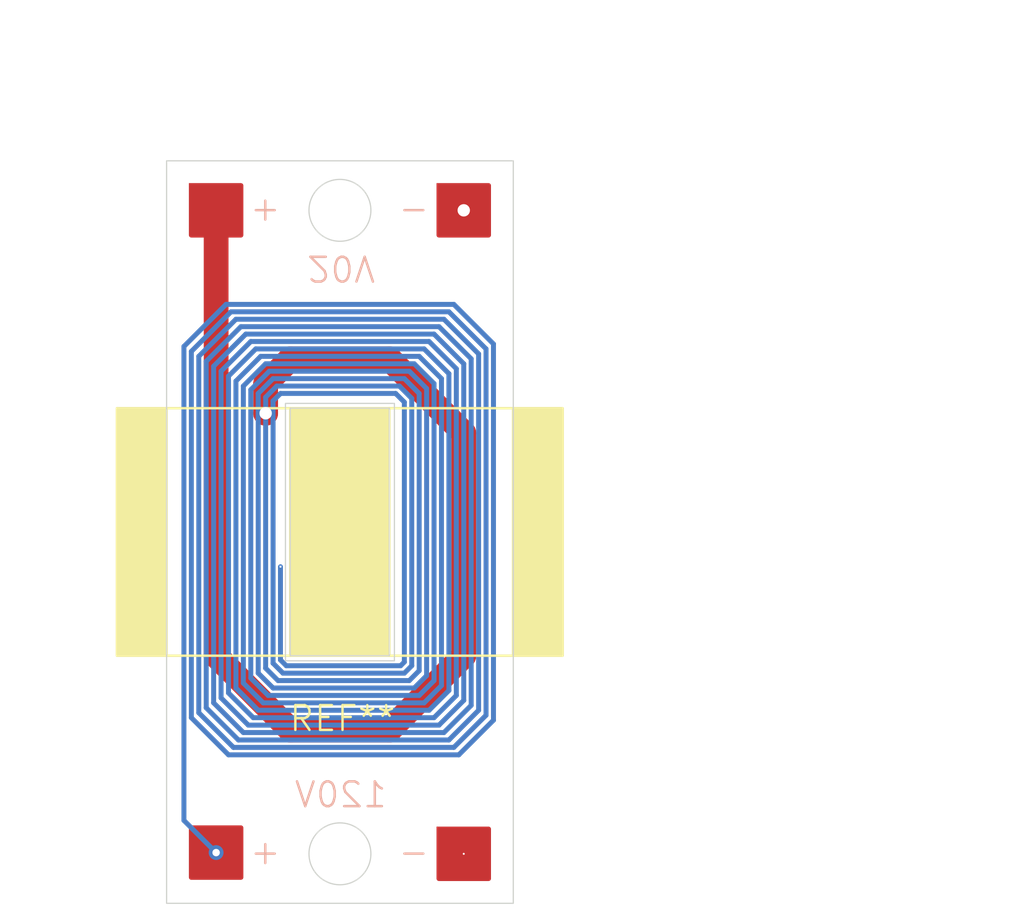
<source format=kicad_pcb>
(kicad_pcb (version 20241229) (generator "pcbnew") (generator_version "9.0")
  (layers (0 "F.Cu" signal) (4 "In1.Cu" signal) (6 "In2.Cu" signal) (2 "B.Cu" signal) (13 "F.Paste" user) (15 "B.Paste" user) (5 "F.SilkS" user "F.Silkscreen") (7 "B.SilkS" user "B.Silkscreen") (1 "F.Mask" user) (3 "B.Mask" user) (25 "Edge.Cuts" user))
  (net 0 "")
  (net 1 "GND")
  (footprint "Library:Rdzen" (layer "F.Cu") (at 62.104214 37.91461)
    (property "Reference" "REF**" (at 0 7.62 0) (layer "F.SilkS") (effects (font (thickness 0.1))))
    (property "Value" "Rdzen")
    (fp_rect (start -9.11 -4.92) (end -7.11 5.08) (stroke (width 0.1)) (fill yes) (layer "F.SilkS"))
    (fp_rect (start -7.11 -4.92) (end -2.11 5.08) (stroke (width 0.1)) (fill no) (layer "F.SilkS"))
    (fp_rect (start -2.11 -4.92) (end 1.89 5.08) (stroke (width 0.1)) (fill yes) (layer "F.SilkS"))
    (fp_rect (start 1.89 -4.92) (end 6.89 5.08) (stroke (width 0.1)) (fill no) (layer "F.SilkS"))
    (fp_rect (start 6.89 -4.92) (end 8.89 5.08) (stroke (width 0.1)) (fill yes) (layer "F.SilkS"))
    (fp_rect (start -2.11 -4.92) (end 1.89 5.08) (stroke (width 0.05)) (fill no) (layer "Edge.Cuts"))
  )
  (gr_rect (start 66 50) (end 68 52) (stroke (width 0.2)) (fill yes) (layer "F.Cu") (net 1))
  (gr_rect (start 56 49.95) (end 58 51.95) (stroke (width 0.2)) (fill yes) (layer "F.Cu") (net 1))
  (gr_rect (start 66 24) (end 68 26) (stroke (width 0.2)) (fill yes) (layer "F.Cu") (net 1))
  (gr_rect (start 56 24) (end 58 26) (stroke (width 0.2)) (fill yes) (layer "F.Cu") (net 1))
  (gr_circle (center 62 25) (end 63.25 25) (stroke (width 0.05)) (fill no) (layer "Edge.Cuts"))
  (gr_rect (start 59.8 32.8) (end 64.2 43.2) (stroke (width 0.05)) (fill no) (layer "Edge.Cuts"))
  (gr_rect (start 55 23) (end 69 53) (stroke (width 0.05)) (fill no) (layer "Edge.Cuts"))
  (gr_circle (center 62 51) (end 63.25 51) (stroke (width 0.05)) (fill no) (layer "Edge.Cuts"))
  (gr_text "120V" (at 63.95 49.2 0) (layer "B.SilkS") (effects (font (size 1 1) (thickness 0.1)) (justify left bottom mirror)))
  (gr_text "-" (at 64.3 51.5 0) (layer "B.SilkS") (effects (font (size 1 1) (thickness 0.1)) (justify left bottom)))
  (gr_text "20V" (at 60.6 26.75 180) (layer "B.SilkS") (effects (font (size 1 1) (thickness 0.1)) (justify left bottom mirror)))
  (gr_text "-" (at 64.3 25.5 0) (layer "B.SilkS") (effects (font (size 1 1) (thickness 0.1)) (justify left bottom)))
  (gr_text "+" (at 58.3 25.5 0) (layer "B.SilkS") (effects (font (size 1 1) (thickness 0.1)) (justify left bottom)))
  (gr_text "+" (at 58.3 51.5 0) (layer "B.SilkS") (effects (font (size 1 1) (thickness 0.1)) (justify left bottom)))
  (segment (start 59 33.2) (end 59 32) (width 1) (layer "F.Cu") (net 1))
  (segment (start 64 31) (end 67 34) (width 1) (layer "F.Cu") (net 1))
  (segment (start 59 32) (end 60 31) (width 1) (layer "F.Cu") (net 1))
  (segment (start 60 31) (end 64 31) (width 1) (layer "F.Cu") (net 1))
  (segment (start 64 46) (end 60 46) (width 1) (layer "F.Cu") (net 1))
  (segment (start 67 43) (end 64 46) (width 1) (layer "F.Cu") (net 1))
  (segment (start 57 43) (end 60 46) (width 1) (layer "F.Cu") (net 1))
  (segment (start 57 25) (end 57 43) (width 1) (layer "F.Cu") (net 1))
  (segment (start 67 34) (end 67 43) (width 1) (layer "F.Cu") (net 1))
  (via micro (at 67 25) (size 1) (drill 0.5) (layers "F.Cu" "In1.Cu") (net 1))
  (via micro (at 59 33.2) (size 1) (drill 0.5) (layers "F.Cu" "In1.Cu") (net 1))
  (via (at 57 50.95) (size 0.6) (drill 0.3) (layers "F.Cu" "B.Cu") (net 1))
  (via micro (at 67 51) (size 0.1) (drill 0.08) (layers "F.Cu" "In1.Cu") (net 1))
  (segment (start 59.3 32.7) (end 59.601 32.399) (width 0.2) (layer "B.Cu") (net 1))
  (segment (start 58.6 30.6) (end 65.4 30.6) (width 0.2) (layer "B.Cu") (net 1))
  (segment (start 64.601 43.248942) (end 64.448942 43.401) (width 0.2) (layer "B.Cu") (net 1))
  (segment (start 57.2 44.7) (end 57.2 31.5) (width 0.2) (layer "B.Cu") (net 1))
  (segment (start 68.2 30.4) (end 68.2 45.6) (width 0.2) (layer "B.Cu") (net 1))
  (segment (start 57.5 31.7) (end 58.6 30.6) (width 0.2) (layer "B.Cu") (net 1))
  (segment (start 58.7 32.4) (end 59.3 31.8) (width 0.2) (layer "B.Cu") (net 1))
  (segment (start 65.2 43.6) (end 64.8 44) (width 0.2) (layer "B.Cu") (net 1))
  (segment (start 66.2 46.1) (end 58.1 46.1) (width 0.2) (layer "B.Cu") (net 1))
  (segment (start 56.3 30.9) (end 57.8 29.4) (width 0.2) (layer "B.Cu") (net 1))
  (segment (start 57.4 28.8) (end 66.6 28.8) (width 0.2) (layer "B.Cu") (net 1))
  (segment (start 64.9 43.4) (end 64.6 43.7) (width 0.2) (layer "B.Cu") (net 1))
  (segment (start 67.6 45.2) (end 66.4 46.4) (width 0.2) (layer "B.Cu") (net 1))
  (segment (start 59.599 39.4) (end 59.599 43.1661) (width 0.2) (layer "B.Cu") (net 1))
  (segment (start 58.1 44.1) (end 58.1 32.1) (width 0.2) (layer "B.Cu") (net 1))
  (segment (start 57.8 44.3) (end 57.8 31.9) (width 0.2) (layer "B.Cu") (net 1))
  (segment (start 64.6 43.7) (end 59.7 43.7) (width 0.2) (layer "B.Cu") (net 1))
  (segment (start 64.8 31.5) (end 65.5 32.2) (width 0.2) (layer "B.Cu") (net 1))
  (segment (start 65 44.3) (end 59.3 44.3) (width 0.2) (layer "B.Cu") (net 1))
  (segment (start 58.4 30.3) (end 65.6 30.3) (width 0.2) (layer "B.Cu") (net 1))
  (segment (start 59.3 31.8) (end 64.6 31.8) (width 0.2) (layer "B.Cu") (net 1))
  (segment (start 65 31.2) (end 65.8 32) (width 0.2) (layer "B.Cu") (net 1))
  (segment (start 64.8 44) (end 59.5 44) (width 0.2) (layer "B.Cu") (net 1))
  (segment (start 56 30.7) (end 57.6 29.1) (width 0.2) (layer "B.Cu") (net 1))
  (segment (start 65.8 44) (end 65.2 44.6) (width 0.2) (layer "B.Cu") (net 1))
  (segment (start 58.9 44.9) (end 58.1 44.1) (width 0.2) (layer "B.Cu") (net 1))
  (segment (start 66.8 47) (end 57.5 47) (width 0.2) (layer "B.Cu") (net 1))
  (segment (start 57 50.95) (end 55.7 49.65) (width 0.2) (layer "B.Cu") (net 1))
  (segment (start 59 43.5) (end 59 32.55) (width 0.2) (layer "B.Cu") (net 1))
  (segment (start 65.2 30.9) (end 66.1 31.8) (width 0.2) (layer "B.Cu") (net 1))
  (segment (start 59.5 44) (end 59 43.5) (width 0.2) (layer "B.Cu") (net 1))
  (segment (start 65.8 45.5) (end 58.5 45.5) (width 0.2) (layer "B.Cu") (net 1))
  (segment (start 57.9 46.4) (end 56.6 45.1) (width 0.2) (layer "B.Cu") (net 1))
  (segment (start 57.2 31.5) (end 58.4 30.3) (width 0.2) (layer "B.Cu") (net 1))
  (segment (start 65.4 44.9) (end 58.9 44.9) (width 0.2) (layer "B.Cu") (net 1))
  (segment (start 58.4 32.25) (end 59.15 31.5) (width 0.2) (layer "B.Cu") (net 1))
  (segment (start 65.8 32) (end 65.8 44) (width 0.2) (layer "B.Cu") (net 1))
  (segment (start 64.6 31.8) (end 65.2 32.4) (width 0.2) (layer "B.Cu") (net 1))
  (segment (start 67 44.8) (end 66 45.8) (width 0.2) (layer "B.Cu") (net 1))
  (segment (start 58.7 43.7) (end 58.7 32.4) (width 0.2) (layer "B.Cu") (net 1))
  (segment (start 56.6 45.1) (end 56.6 31.1) (width 0.2) (layer "B.Cu") (net 1))
  (segment (start 59 32.55) (end 59.45 32.1) (width 0.2) (layer "B.Cu") (net 1))
  (segment (start 67.6 30.8) (end 67.6 45.2) (width 0.2) (layer "B.Cu") (net 1))
  (segment (start 64.9 32.6) (end 64.9 43.4) (width 0.2) (layer "B.Cu") (net 1))
  (segment (start 57.6 29.1) (end 66.4 29.1) (width 0.2) (layer "B.Cu") (net 1))
  (segment (start 56.9 31.3) (end 58.2 30) (width 0.2) (layer "B.Cu") (net 1))
  (segment (start 58.1 32.1) (end 59 31.2) (width 0.2) (layer "B.Cu") (net 1))
  (segment (start 59.45 32.1) (end 64.4 32.1) (width 0.2) (layer "B.Cu") (net 1))
  (segment (start 66.4 46.4) (end 57.9 46.4) (width 0.2) (layer "B.Cu") (net 1))
  (segment (start 66.7 44.6) (end 65.8 45.5) (width 0.2) (layer "B.Cu") (net 1))
  (segment (start 58.5 45.5) (end 57.5 44.5) (width 0.2) (layer "B.Cu") (net 1))
  (segment (start 57.5 44.5) (end 57.5 31.7) (width 0.2) (layer "B.Cu") (net 1))
  (segment (start 58.1 46.1) (end 56.9 44.9) (width 0.2) (layer "B.Cu") (net 1))
  (segment (start 67.9 45.4) (end 66.6 46.7) (width 0.2) (layer "B.Cu") (net 1))
  (segment (start 58 29.7) (end 66 29.7) (width 0.2) (layer "B.Cu") (net 1))
  (segment (start 56.6 31.1) (end 58 29.7) (width 0.2) (layer "B.Cu") (net 1))
  (segment (start 66.6 28.8) (end 68.2 30.4) (width 0.2) (layer "B.Cu") (net 1))
  (segment (start 64.448942 43.401) (end 59.8339 43.401) (width 0.2) (layer "B.Cu") (net 1))
  (segment (start 66.1 31.8) (end 66.1 44.2) (width 0.2) (layer "B.Cu") (net 1))
  (segment (start 66.6 46.7) (end 57.7 46.7) (width 0.2) (layer "B.Cu") (net 1))
  (segment (start 57.5 47) (end 56 45.5) (width 0.2) (layer "B.Cu") (net 1))
  (segment (start 67.9 30.6) (end 67.9 45.4) (width 0.2) (layer "B.Cu") (net 1))
  (segment (start 59 31.2) (end 65 31.2) (width 0.2) (layer "B.Cu") (net 1))
  (segment (start 57.7 46.7) (end 56.3 45.3) (width 0.2) (layer "B.Cu") (net 1))
  (segment (start 59.15 31.5) (end 64.8 31.5) (width 0.2) (layer "B.Cu") (net 1))
  (segment (start 66.2 29.4) (end 67.6 30.8) (width 0.2) (layer "B.Cu") (net 1))
  (segment (start 66.4 31.6) (end 66.4 44.4) (width 0.2) (layer "B.Cu") (net 1))
  (segment (start 59.3 44.3) (end 58.7 43.7) (width 0.2) (layer "B.Cu") (net 1))
  (segment (start 59.1 44.6) (end 58.4 43.9) (width 0.2) (layer "B.Cu") (net 1))
  (segment (start 59.7 43.7) (end 59.3 43.3) (width 0.2) (layer "B.Cu") (net 1))
  (segment (start 58.8 30.9) (end 65.2 30.9) (width 0.2) (layer "B.Cu") (net 1))
  (segment (start 65.5 43.8) (end 65 44.3) (width 0.2) (layer "B.Cu") (net 1))
  (segment (start 66.4 44.4) (end 65.6 45.2) (width 0.2) (layer "B.Cu") (net 1))
  (segment (start 59.3 43.3) (end 59.3 32.7) (width 0.2) (layer "B.Cu") (net 1))
  (segment (start 64.601 32.751058) (end 64.601 43.248942) (width 0.2) (layer "B.Cu") (net 1))
  (segment (start 66.1 44.2) (end 65.4 44.9) (width 0.2) (layer "B.Cu") (net 1))
  (segment (start 64.248942 32.399) (end 64.601 32.751058) (width 0.2) (layer "B.Cu") (net 1))
  (segment (start 64.4 32.1) (end 64.9 32.6) (width 0.2) (layer "B.Cu") (net 1))
  (segment (start 56.9 44.9) (end 56.9 31.3) (width 0.2) (layer "B.Cu") (net 1))
  (segment (start 65.6 30.3) (end 66.7 31.4) (width 0.2) (layer "B.Cu") (net 1))
  (segment (start 66 29.7) (end 67.3 31) (width 0.2) (layer "B.Cu") (net 1))
  (segment (start 65.2 44.6) (end 59.1 44.6) (width 0.2) (layer "B.Cu") (net 1))
  (segment (start 65.4 30.6) (end 66.4 31.6) (width 0.2) (layer "B.Cu") (net 1))
  (segment (start 58.7 45.2) (end 57.8 44.3) (width 0.2) (layer "B.Cu") (net 1))
  (segment (start 65.5 32.2) (end 65.5 43.8) (width 0.2) (layer "B.Cu") (net 1))
  (segment (start 58.3 45.8) (end 57.2 44.7) (width 0.2) (layer "B.Cu") (net 1))
  (segment (start 58.2 30) (end 65.8 30) (width 0.2) (layer "B.Cu") (net 1))
  (segment (start 65.2 32.4) (end 65.2 43.6) (width 0.2) (layer "B.Cu") (net 1))
  (segment (start 66.4 29.1) (end 67.9 30.6) (width 0.2) (layer "B.Cu") (net 1))
  (segment (start 57.8 31.9) (end 58.8 30.9) (width 0.2) (layer "B.Cu") (net 1))
  (segment (start 59.8339 43.401) (end 59.599 43.1661) (width 0.2) (layer "B.Cu") (net 1))
  (segment (start 55.7 30.5) (end 57.4 28.8) (width 0.2) (layer "B.Cu") (net 1))
  (segment (start 68.2 45.6) (end 66.8 47) (width 0.2) (layer "B.Cu") (net 1))
  (segment (start 56.3 45.3) (end 56.3 30.9) (width 0.2) (layer "B.Cu") (net 1))
  (segment (start 65.8 30) (end 67 31.2) (width 0.2) (layer "B.Cu") (net 1))
  (segment (start 67.3 31) (end 67.3 45) (width 0.2) (layer "B.Cu") (net 1))
  (segment (start 56 45.5) (end 56 30.7) (width 0.2) (layer "B.Cu") (net 1))
  (segment (start 66 45.8) (end 58.3 45.8) (width 0.2) (layer "B.Cu") (net 1))
  (segment (start 65.6 45.2) (end 58.7 45.2) (width 0.2) (layer "B.Cu") (net 1))
  (segment (start 58.4 43.9) (end 58.4 32.25) (width 0.2) (layer "B.Cu") (net 1))
  (segment (start 55.7 49.65) (end 55.7 30.5) (width 0.2) (layer "B.Cu") (net 1))
  (segment (start 66.7 31.4) (end 66.7 44.6) (width 0.2) (layer "B.Cu") (net 1))
  (segment (start 67 31.2) (end 67 44.8) (width 0.2) (layer "B.Cu") (net 1))
  (segment (start 59.601 32.399) (end 64.248942 32.399) (width 0.2) (layer "B.Cu") (net 1))
  (segment (start 67.3 45) (end 66.2 46.1) (width 0.2) (layer "B.Cu") (net 1))
  (segment (start 57.8 29.4) (end 66.2 29.4) (width 0.2) (layer "B.Cu") (net 1))
  (via micro (at 59.599 39.4) (size 0.1) (drill 0.08) (layers "In1.Cu" "B.Cu") (net 1))
)
</source>
